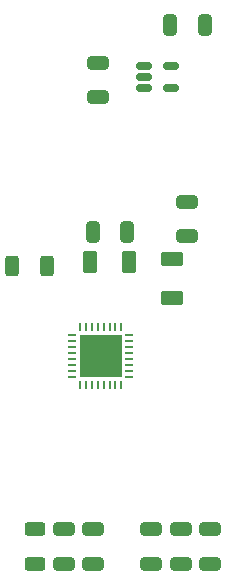
<source format=gbr>
%TF.GenerationSoftware,KiCad,Pcbnew,7.0.9*%
%TF.CreationDate,2024-09-05T13:52:43+09:00*%
%TF.ProjectId,STA5635,53544135-3633-4352-9e6b-696361645f70,rev?*%
%TF.SameCoordinates,Original*%
%TF.FileFunction,Paste,Top*%
%TF.FilePolarity,Positive*%
%FSLAX46Y46*%
G04 Gerber Fmt 4.6, Leading zero omitted, Abs format (unit mm)*
G04 Created by KiCad (PCBNEW 7.0.9) date 2024-09-05 13:52:43*
%MOMM*%
%LPD*%
G01*
G04 APERTURE LIST*
G04 Aperture macros list*
%AMRoundRect*
0 Rectangle with rounded corners*
0 $1 Rounding radius*
0 $2 $3 $4 $5 $6 $7 $8 $9 X,Y pos of 4 corners*
0 Add a 4 corners polygon primitive as box body*
4,1,4,$2,$3,$4,$5,$6,$7,$8,$9,$2,$3,0*
0 Add four circle primitives for the rounded corners*
1,1,$1+$1,$2,$3*
1,1,$1+$1,$4,$5*
1,1,$1+$1,$6,$7*
1,1,$1+$1,$8,$9*
0 Add four rect primitives between the rounded corners*
20,1,$1+$1,$2,$3,$4,$5,0*
20,1,$1+$1,$4,$5,$6,$7,0*
20,1,$1+$1,$6,$7,$8,$9,0*
20,1,$1+$1,$8,$9,$2,$3,0*%
G04 Aperture macros list end*
%ADD10RoundRect,0.250000X0.325000X0.650000X-0.325000X0.650000X-0.325000X-0.650000X0.325000X-0.650000X0*%
%ADD11RoundRect,0.250000X-0.650000X0.325000X-0.650000X-0.325000X0.650000X-0.325000X0.650000X0.325000X0*%
%ADD12RoundRect,0.250000X-0.312500X-0.625000X0.312500X-0.625000X0.312500X0.625000X-0.312500X0.625000X0*%
%ADD13RoundRect,0.250000X0.625000X-0.312500X0.625000X0.312500X-0.625000X0.312500X-0.625000X-0.312500X0*%
%ADD14RoundRect,0.250000X-0.362500X-0.700000X0.362500X-0.700000X0.362500X0.700000X-0.362500X0.700000X0*%
%ADD15RoundRect,0.250000X-0.700000X0.362500X-0.700000X-0.362500X0.700000X-0.362500X0.700000X0.362500X0*%
%ADD16RoundRect,0.150000X-0.512500X-0.150000X0.512500X-0.150000X0.512500X0.150000X-0.512500X0.150000X0*%
%ADD17R,0.228600X0.762000*%
%ADD18R,0.762000X0.228600*%
%ADD19R,3.657600X3.657600*%
%ADD20RoundRect,0.250000X0.650000X-0.325000X0.650000X0.325000X-0.650000X0.325000X-0.650000X-0.325000X0*%
G04 APERTURE END LIST*
%TO.C,U1*%
G36*
X141454200Y-91835300D02*
G01*
X139825400Y-91835300D01*
X139825400Y-90206500D01*
X141454200Y-90206500D01*
X141454200Y-91835300D01*
G37*
G36*
X139625400Y-91835300D02*
G01*
X137996600Y-91835300D01*
X137996600Y-90206500D01*
X139625400Y-90206500D01*
X139625400Y-91835300D01*
G37*
G36*
X141454200Y-93664100D02*
G01*
X139825400Y-93664100D01*
X139825400Y-92035300D01*
X141454200Y-92035300D01*
X141454200Y-93664100D01*
G37*
G36*
X139625400Y-93664100D02*
G01*
X137996600Y-93664100D01*
X137996600Y-92035300D01*
X139625400Y-92035300D01*
X139625400Y-93664100D01*
G37*
%TD*%
D10*
%TO.C,C7*%
X141987800Y-81457800D03*
X139037800Y-81457800D03*
%TD*%
D11*
%TO.C,C8*%
X139044950Y-106627400D03*
X139044950Y-109577400D03*
%TD*%
%TO.C,C3*%
X136581150Y-106616700D03*
X136581150Y-109566700D03*
%TD*%
D12*
%TO.C,R2*%
X132217700Y-84328000D03*
X135142700Y-84328000D03*
%TD*%
D13*
%TO.C,R1*%
X134168150Y-109539500D03*
X134168150Y-106614500D03*
%TD*%
D14*
%TO.C,L1*%
X138824900Y-83947000D03*
X142149900Y-83947000D03*
%TD*%
D15*
%TO.C,L2*%
X145770600Y-87057300D03*
X145770600Y-83732300D03*
%TD*%
D11*
%TO.C,C6*%
X143997950Y-106625600D03*
X143997950Y-109575600D03*
%TD*%
%TO.C,C5*%
X146487150Y-106625600D03*
X146487150Y-109575600D03*
%TD*%
D16*
%TO.C,U2*%
X143383000Y-67360800D03*
X143383000Y-68310800D03*
X143383000Y-69260800D03*
X145658000Y-69260800D03*
X145658000Y-67360800D03*
%TD*%
D17*
%TO.C,U1*%
X141475841Y-89509600D03*
X140975715Y-89509600D03*
X140475589Y-89509600D03*
X139975463Y-89509600D03*
X139475337Y-89509600D03*
X138975211Y-89509600D03*
X138475085Y-89509600D03*
X137974959Y-89509600D03*
D18*
X137299700Y-90184859D03*
X137299700Y-90684985D03*
X137299700Y-91185111D03*
X137299700Y-91685237D03*
X137299700Y-92185363D03*
X137299700Y-92685489D03*
X137299700Y-93185615D03*
X137299700Y-93685741D03*
D17*
X137974959Y-94361000D03*
X138475085Y-94361000D03*
X138975211Y-94361000D03*
X139475337Y-94361000D03*
X139975463Y-94361000D03*
X140475589Y-94361000D03*
X140975715Y-94361000D03*
X141475841Y-94361000D03*
D18*
X142151100Y-93685741D03*
X142151100Y-93185615D03*
X142151100Y-92685489D03*
X142151100Y-92185363D03*
X142151100Y-91685237D03*
X142151100Y-91185111D03*
X142151100Y-90684985D03*
X142151100Y-90184859D03*
D19*
X139725400Y-91935300D03*
%TD*%
D11*
%TO.C,C1*%
X139522200Y-67105000D03*
X139522200Y-70055000D03*
%TD*%
%TO.C,C4*%
X148976350Y-106625600D03*
X148976350Y-109575600D03*
%TD*%
D10*
%TO.C,C2*%
X148541000Y-63881000D03*
X145591000Y-63881000D03*
%TD*%
D20*
%TO.C,C9*%
X147015200Y-81817000D03*
X147015200Y-78867000D03*
%TD*%
M02*

</source>
